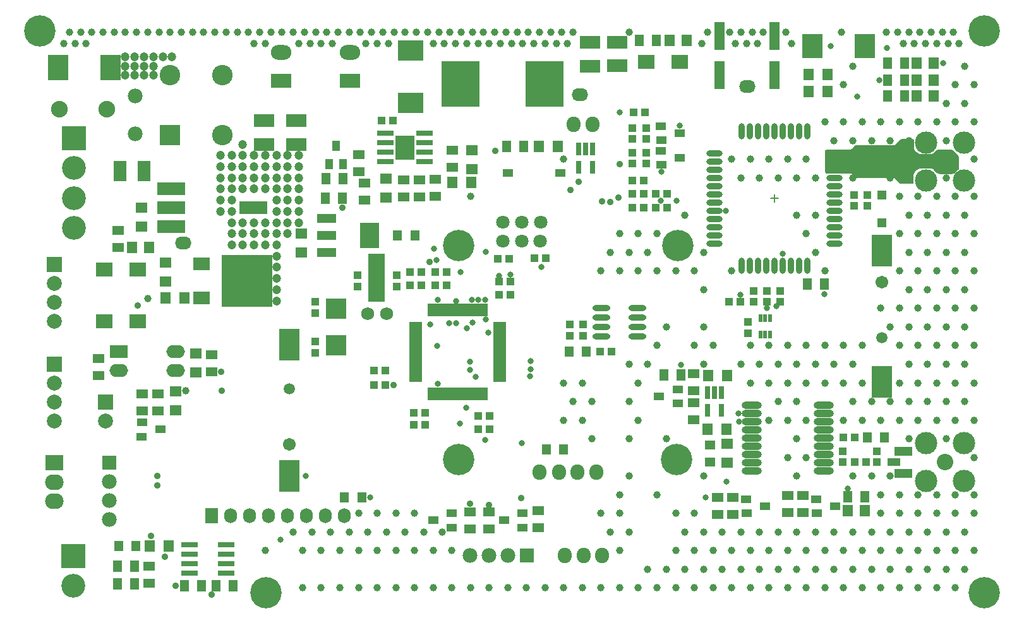
<source format=gts>
G04*
G04 #@! TF.GenerationSoftware,Altium Limited,Altium Designer,18.1.6 (161)*
G04*
G04 Layer_Color=8388736*
%FSTAX24Y24*%
%MOIN*%
G70*
G01*
G75*
%ADD15C,0.0060*%
%ADD69O,0.0867X0.0316*%
%ADD70O,0.0316X0.0867*%
%ADD71R,0.0474X0.0630*%
%ADD72R,0.0580X0.0630*%
%ADD73R,0.1104X0.0710*%
%ADD74R,0.0434X0.0395*%
%ADD75R,0.0395X0.0434*%
%ADD76R,0.0552X0.0415*%
%ADD77R,0.0474X0.0580*%
%ADD78O,0.0946X0.0316*%
%ADD79R,0.0552X0.0631*%
%ADD80R,0.0630X0.0474*%
%ADD81R,0.0300X0.0660*%
%ADD82R,0.0631X0.0552*%
%ADD83R,0.0580X0.0474*%
%ADD84R,0.0671X0.0395*%
%ADD85R,0.0946X0.0474*%
%ADD86O,0.1064X0.0395*%
%ADD87R,0.0237X0.0395*%
%ADD88R,0.1064X0.1655*%
%ADD89R,0.0474X0.0474*%
%ADD90R,0.1064X0.1261*%
%ADD91R,0.0552X0.1458*%
%ADD92R,0.0867X0.0749*%
%ADD93R,0.0552X0.0395*%
%ADD94R,0.2049X0.2442*%
%ADD95R,0.1379X0.1064*%
%ADD96R,0.1025X0.1300*%
%ADD97R,0.0900X0.0310*%
%ADD98R,0.0415X0.0552*%
%ADD99R,0.0880X0.2580*%
%ADD100R,0.1064X0.1379*%
%ADD101R,0.2678X0.2737*%
%ADD102R,0.0867X0.0710*%
%ADD103R,0.1458X0.0671*%
%ADD104R,0.0860X0.0300*%
%ADD105R,0.0190X0.0660*%
%ADD106R,0.0660X0.0190*%
%ADD107R,0.1104X0.1064*%
%ADD108R,0.1025X0.1379*%
%ADD109R,0.1025X0.0474*%
%ADD110R,0.0710X0.1104*%
%ADD111O,0.0867X0.0671*%
%ADD112O,0.0730X0.0830*%
%ADD113C,0.1182*%
%ADD114C,0.0867*%
%ADD115C,0.0395*%
%ADD116C,0.0680*%
%ADD117R,0.1080X0.0780*%
%ADD118O,0.1080X0.0780*%
%ADD119R,0.1080X0.1080*%
%ADD120C,0.1080*%
%ADD121C,0.0780*%
%ADD122C,0.0880*%
%ADD123C,0.0789*%
%ADD124R,0.0789X0.0789*%
%ADD125R,0.1261X0.1261*%
%ADD126C,0.1261*%
%ADD127O,0.0980X0.0680*%
%ADD128R,0.0980X0.0680*%
%ADD129R,0.0780X0.0780*%
%ADD130R,0.0980X0.0830*%
%ADD131O,0.0980X0.0830*%
%ADD132O,0.0671X0.0789*%
%ADD133R,0.0671X0.0789*%
%ADD134C,0.0710*%
%ADD135R,0.0780X0.0780*%
%ADD136C,0.0356*%
%ADD137C,0.1655*%
%ADD138C,0.0474*%
%ADD139C,0.0316*%
%ADD140C,0.0592*%
%ADD141C,0.0671*%
G36*
X054551Y042871D02*
X054678Y042998D01*
X054693Y043013D01*
X054727Y043036D01*
X054766Y043052D01*
X054807Y04306D01*
X054827Y04306D01*
X054827Y04306D01*
X056782Y04306D01*
X056793Y043061D01*
X056816Y043065D01*
X056837Y043074D01*
X056856Y043086D01*
X056864Y043094D01*
X056864Y043094D01*
X05712Y04335D01*
X057127Y043358D01*
X057144Y043369D01*
X057162Y043376D01*
X057182Y04338D01*
X057192Y04338D01*
X057192Y04338D01*
X05779Y04338D01*
X057803Y043377D01*
X057826Y043364D01*
X057844Y043346D01*
X057857Y043323D01*
X05786Y04331D01*
X05786Y04331D01*
Y04296D01*
X057862Y042926D01*
X057875Y042858D01*
X057901Y042795D01*
X057939Y042738D01*
X057988Y042689D01*
X058045Y042651D01*
X058108Y042625D01*
X058176Y042612D01*
X05821Y04261D01*
X05821D01*
X058777Y04261D01*
X058792Y042611D01*
X058821Y042617D01*
X058849Y042628D01*
X058873Y042644D01*
X058884Y042654D01*
X058884Y042654D01*
X058992Y042762D01*
X059006Y042776D01*
X059038Y042797D01*
X059074Y042812D01*
X059113Y04282D01*
X059132Y04282D01*
X059132Y04282D01*
X059819Y04282D01*
X059841Y04282D01*
X059883Y042812D01*
X059923Y042795D01*
X059959Y042771D01*
X059974Y042756D01*
X059974Y042756D01*
X060141Y042589D01*
X060164Y042566D01*
X060201Y04251D01*
X060227Y042448D01*
X06024Y042383D01*
X06024Y042349D01*
X06024Y042349D01*
X06024Y041912D01*
X06024Y04189D01*
X060231Y041847D01*
X060215Y041807D01*
X06019Y04177D01*
X060175Y041755D01*
X060175D01*
X060042Y041622D01*
X060023Y041603D01*
X059977Y041572D01*
X059926Y041551D01*
X059871Y04154D01*
X059843D01*
X059843Y04154D01*
X059257D01*
X059226Y04154D01*
X059167Y041552D01*
X059112Y041575D01*
X059062Y041608D01*
X05904Y041629D01*
X05904Y04163D01*
X058898Y041772D01*
X058886Y041783D01*
X058859Y041801D01*
X05883Y041813D01*
X058798Y041819D01*
X058782Y04182D01*
X058782Y04182D01*
X05819Y04182D01*
X058156Y041818D01*
X058088Y041805D01*
X058025Y041779D01*
X057968Y041741D01*
X057919Y041692D01*
X057881Y041635D01*
X057855Y041572D01*
X057842Y041504D01*
X05784Y04147D01*
Y04147D01*
X05784Y04108D01*
X057838Y041073D01*
X057831Y04106D01*
X05782Y041049D01*
X057807Y041042D01*
X0578Y04104D01*
X0578D01*
X057154Y04104D01*
X057144Y04104D01*
X057123Y041044D01*
X057104Y041052D01*
X057086Y041064D01*
X057079Y041071D01*
X057079Y041071D01*
X056854Y041296D01*
X056848Y041301D01*
X056835Y04131D01*
X05682Y041316D01*
X056804Y04132D01*
X056796Y04132D01*
X056796Y04132D01*
X054892Y04132D01*
X05487Y04132D01*
X054827Y041329D01*
X054787Y041345D01*
X05475Y04137D01*
X054735Y041385D01*
X054735Y041385D01*
X054574Y041546D01*
X054568Y041551D01*
X054555Y04156D01*
X05454Y041566D01*
X054524Y04157D01*
X054516Y04157D01*
X054516Y04157D01*
X05326Y04157D01*
X053241Y041574D01*
X053208Y041592D01*
X053182Y041618D01*
X053164Y041651D01*
X05316Y04167D01*
X05316Y04167D01*
X05316Y04274D01*
Y042756D01*
X053172Y042785D01*
X053195Y042808D01*
X053224Y04282D01*
X05324D01*
X05324Y04282D01*
X054428Y04282D01*
X054445Y042821D01*
X054478Y042828D01*
X05451Y042841D01*
X054538Y04286D01*
X054551Y042871D01*
X054551Y042871D01*
D02*
G37*
D15*
X0505Y040053D02*
Y040447D01*
X050303Y04025D02*
X050697D01*
D69*
X047331Y042632D02*
D03*
Y042199D02*
D03*
Y041766D02*
D03*
Y041333D02*
D03*
Y0409D02*
D03*
Y040467D02*
D03*
Y040033D02*
D03*
Y0396D02*
D03*
Y039167D02*
D03*
Y038734D02*
D03*
Y038301D02*
D03*
Y037868D02*
D03*
X053669D02*
D03*
Y038301D02*
D03*
Y038734D02*
D03*
Y039167D02*
D03*
Y0396D02*
D03*
Y040033D02*
D03*
Y040467D02*
D03*
Y0409D02*
D03*
Y041333D02*
D03*
Y041766D02*
D03*
Y042199D02*
D03*
Y042632D02*
D03*
D70*
X048768Y036707D02*
D03*
X049201D02*
D03*
X049634D02*
D03*
X050067D02*
D03*
X0505D02*
D03*
X050933D02*
D03*
X051366D02*
D03*
X051799D02*
D03*
X052232D02*
D03*
Y043793D02*
D03*
X051799D02*
D03*
X051366D02*
D03*
X050933D02*
D03*
X0505D02*
D03*
X050067D02*
D03*
X049634D02*
D03*
X049201D02*
D03*
X048768D02*
D03*
D71*
X04425Y0486D02*
D03*
X04335D02*
D03*
X04555Y030924D02*
D03*
X04465D02*
D03*
X05435Y0245D02*
D03*
X05525D02*
D03*
X05645Y04565D02*
D03*
X05735D02*
D03*
X05645Y0465D02*
D03*
X05735D02*
D03*
X05645Y0474D02*
D03*
X05735D02*
D03*
X03635Y043D02*
D03*
X03725D02*
D03*
X02104Y01979D02*
D03*
X02194D02*
D03*
X02027Y019795D02*
D03*
X01937D02*
D03*
X01674Y02083D02*
D03*
X01584D02*
D03*
X01674Y01991D02*
D03*
X01584D02*
D03*
X05313Y03572D02*
D03*
X05223D02*
D03*
X0268Y04025D02*
D03*
X0277D02*
D03*
X02683Y04129D02*
D03*
X02773D02*
D03*
D72*
X04495Y0486D02*
D03*
X04585D02*
D03*
X054356Y02375D02*
D03*
X055256D02*
D03*
X0589Y04565D02*
D03*
X058D02*
D03*
Y0465D02*
D03*
X0589D02*
D03*
Y0474D02*
D03*
X058D02*
D03*
X016596Y037649D02*
D03*
X017496D02*
D03*
D73*
X0422Y04725D02*
D03*
Y04851D02*
D03*
X04075Y04724D02*
D03*
Y0485D02*
D03*
X02525Y04436D02*
D03*
Y0431D02*
D03*
X02355Y04436D02*
D03*
Y0431D02*
D03*
D74*
X043074Y0448D02*
D03*
X043665D02*
D03*
X041305Y032151D02*
D03*
X041895D02*
D03*
X054124Y027633D02*
D03*
X054715D02*
D03*
X054724Y026337D02*
D03*
X055315D02*
D03*
X048089Y0348D02*
D03*
X048679D02*
D03*
X030345Y044353D02*
D03*
X029755D02*
D03*
X044234Y039755D02*
D03*
X044825D02*
D03*
X044234Y0405D02*
D03*
X044825D02*
D03*
X043576D02*
D03*
X042985D02*
D03*
X043576Y039755D02*
D03*
X042985D02*
D03*
X043576Y0412D02*
D03*
X042985D02*
D03*
X037824Y0371D02*
D03*
X038415D02*
D03*
X032605Y03565D02*
D03*
X033195D02*
D03*
X032605Y03635D02*
D03*
X033195D02*
D03*
X031255Y036353D02*
D03*
X031845D02*
D03*
X031255Y03565D02*
D03*
X031845D02*
D03*
X035955Y035152D02*
D03*
X036545D02*
D03*
X035955Y035852D02*
D03*
X036545D02*
D03*
X029945Y03115D02*
D03*
X029355D02*
D03*
X029945Y0304D02*
D03*
X029355D02*
D03*
X035445Y028778D02*
D03*
X034855D02*
D03*
X035445Y02805D02*
D03*
X034855D02*
D03*
X032065Y028918D02*
D03*
X031475D02*
D03*
X032065Y02828D02*
D03*
X031475D02*
D03*
X035895Y037078D02*
D03*
X036486D02*
D03*
D75*
X043714Y042676D02*
D03*
Y042085D02*
D03*
X043Y042676D02*
D03*
Y042085D02*
D03*
X0404Y033581D02*
D03*
Y03299D02*
D03*
X0397Y033581D02*
D03*
Y03299D02*
D03*
X0559Y026318D02*
D03*
Y026908D02*
D03*
X0541Y026318D02*
D03*
Y026908D02*
D03*
X0491Y033715D02*
D03*
Y033125D02*
D03*
X0554Y040445D02*
D03*
Y039855D02*
D03*
X0547Y040445D02*
D03*
Y039855D02*
D03*
X02625Y034205D02*
D03*
Y034795D02*
D03*
Y032695D02*
D03*
Y032105D02*
D03*
X0494Y035376D02*
D03*
Y034785D02*
D03*
X0508Y035376D02*
D03*
Y034785D02*
D03*
X0501Y035376D02*
D03*
Y034785D02*
D03*
X043714Y043976D02*
D03*
Y043385D02*
D03*
X043Y043976D02*
D03*
Y043385D02*
D03*
X0285Y036195D02*
D03*
Y035605D02*
D03*
X03055Y036195D02*
D03*
Y035605D02*
D03*
D76*
X045492Y0437D02*
D03*
X04451Y04333D02*
D03*
X044508Y044074D02*
D03*
X045492Y0424D02*
D03*
X04451Y04203D02*
D03*
X044508Y042774D02*
D03*
X044408Y0298D02*
D03*
X04539Y03017D02*
D03*
X045392Y029426D02*
D03*
X053692Y024D02*
D03*
X05271Y02363D02*
D03*
X052708Y024374D02*
D03*
X049992Y024D02*
D03*
X04901Y02363D02*
D03*
X049008Y024374D02*
D03*
X018092Y028048D02*
D03*
X01711Y02842D02*
D03*
X017108Y027662D02*
D03*
X033474Y023636D02*
D03*
X033472Y022878D02*
D03*
X03249Y02325D02*
D03*
X037204Y023636D02*
D03*
X037202Y022878D02*
D03*
X03622Y02325D02*
D03*
D77*
X039657Y032151D02*
D03*
X040563D02*
D03*
X056306Y027633D02*
D03*
X0554D02*
D03*
X030607Y038296D02*
D03*
X031513D02*
D03*
X038457Y026996D02*
D03*
X039363D02*
D03*
X028713Y024474D02*
D03*
X027807D02*
D03*
X015884Y02189D02*
D03*
X01679D02*
D03*
D78*
X041355Y034455D02*
D03*
Y033955D02*
D03*
Y033455D02*
D03*
Y032955D02*
D03*
X043245Y034455D02*
D03*
Y033955D02*
D03*
Y033455D02*
D03*
Y032955D02*
D03*
D79*
X047Y03089D02*
D03*
X048D02*
D03*
X04797Y02806D02*
D03*
X04697D02*
D03*
X0523Y04589D02*
D03*
X0533D02*
D03*
X0523Y04679D02*
D03*
X0533D02*
D03*
X03805Y04299D02*
D03*
X03905D02*
D03*
X01835Y034992D02*
D03*
X01935D02*
D03*
X01853Y02188D02*
D03*
X01753D02*
D03*
X0345Y04111D02*
D03*
X0335D02*
D03*
D80*
X046232Y030104D02*
D03*
Y031004D02*
D03*
Y02855D02*
D03*
Y02945D02*
D03*
X052Y02455D02*
D03*
Y02365D02*
D03*
X0512Y02365D02*
D03*
Y02455D02*
D03*
X0483Y02445D02*
D03*
Y02355D02*
D03*
X0475Y02355D02*
D03*
Y02445D02*
D03*
X02855Y04255D02*
D03*
Y04165D02*
D03*
X02885Y04105D02*
D03*
Y04015D02*
D03*
X01484Y03179D02*
D03*
Y03089D02*
D03*
X017496Y02082D02*
D03*
Y01992D02*
D03*
X01795Y029936D02*
D03*
Y029036D02*
D03*
X01711Y029936D02*
D03*
Y029036D02*
D03*
X0208Y0311D02*
D03*
Y032D02*
D03*
X03349Y0428D02*
D03*
Y0419D02*
D03*
X0326Y04035D02*
D03*
Y04125D02*
D03*
X03175Y04034D02*
D03*
Y04124D02*
D03*
X03092Y04124D02*
D03*
Y04034D02*
D03*
X03442Y0228D02*
D03*
Y0237D02*
D03*
X03542Y0228D02*
D03*
Y0237D02*
D03*
X03802Y02285D02*
D03*
Y02375D02*
D03*
X01585Y03855D02*
D03*
Y03765D02*
D03*
D81*
X0477Y02906D02*
D03*
X046952D02*
D03*
Y03D02*
D03*
X047326D02*
D03*
X0477D02*
D03*
X0409Y04191D02*
D03*
X040152D02*
D03*
Y04285D02*
D03*
X040526D02*
D03*
X0409D02*
D03*
D82*
X04799Y0273D02*
D03*
Y0263D02*
D03*
X01836Y03585D02*
D03*
Y03685D02*
D03*
X01889Y02905D02*
D03*
Y03005D02*
D03*
X01995Y03205D02*
D03*
Y03105D02*
D03*
X02554Y0384D02*
D03*
Y0374D02*
D03*
X03451Y0418D02*
D03*
Y0428D02*
D03*
X02999Y0413D02*
D03*
Y0403D02*
D03*
X01709Y03875D02*
D03*
Y03975D02*
D03*
D83*
X047096Y027243D02*
D03*
Y026337D02*
D03*
D84*
X056788Y026318D02*
D03*
X056212Y0422D02*
D03*
D85*
X0573Y025727D02*
D03*
Y026908D02*
D03*
X0557Y041609D02*
D03*
Y042791D02*
D03*
D86*
X049281Y029332D02*
D03*
Y028899D02*
D03*
Y028466D02*
D03*
Y027167D02*
D03*
Y0276D02*
D03*
Y028033D02*
D03*
Y026734D02*
D03*
Y026301D02*
D03*
Y025868D02*
D03*
X0531D02*
D03*
Y026301D02*
D03*
Y026734D02*
D03*
Y028033D02*
D03*
Y0276D02*
D03*
Y027167D02*
D03*
Y028466D02*
D03*
Y028899D02*
D03*
Y029332D02*
D03*
D87*
X049744Y03392D02*
D03*
X050256D02*
D03*
X05D02*
D03*
X050256Y033062D02*
D03*
X05D02*
D03*
X049744D02*
D03*
D88*
X05616Y03749D02*
D03*
Y03055D02*
D03*
X0249Y0256D02*
D03*
Y03254D02*
D03*
D89*
X05616Y038972D02*
D03*
Y040445D02*
D03*
D90*
X055256Y0483D02*
D03*
X0525D02*
D03*
D91*
X0505Y046752D02*
D03*
Y048839D02*
D03*
X0476Y046752D02*
D03*
Y048839D02*
D03*
D92*
X043714Y04745D02*
D03*
X045485D02*
D03*
X016886Y0365D02*
D03*
X015115D02*
D03*
X016886Y03375D02*
D03*
X015115D02*
D03*
D93*
X039178Y0416D02*
D03*
X036422D02*
D03*
D94*
X033926Y0463D02*
D03*
X038374D02*
D03*
D95*
X0313Y048053D02*
D03*
Y0453D02*
D03*
D96*
X030997Y042944D02*
D03*
D97*
X032027Y043694D02*
D03*
Y043194D02*
D03*
Y042694D02*
D03*
Y042194D02*
D03*
X029967D02*
D03*
Y042694D02*
D03*
Y043194D02*
D03*
Y043694D02*
D03*
D98*
X02737Y043032D02*
D03*
X02774Y04205D02*
D03*
X026996Y042048D02*
D03*
D99*
X0295Y03605D02*
D03*
D100*
X012697Y04715D02*
D03*
X01545D02*
D03*
D101*
X022659Y0359D02*
D03*
D102*
X020257Y035002D02*
D03*
Y036798D02*
D03*
D103*
X018669Y03875D02*
D03*
Y03975D02*
D03*
Y04075D02*
D03*
X023Y03975D02*
D03*
D104*
X02156Y02045D02*
D03*
Y02095D02*
D03*
Y02145D02*
D03*
Y02195D02*
D03*
X01962D02*
D03*
Y02145D02*
D03*
Y02095D02*
D03*
Y02045D02*
D03*
D105*
X032299Y034365D02*
D03*
X032496D02*
D03*
X032693D02*
D03*
X03289D02*
D03*
X033087D02*
D03*
X033283D02*
D03*
X03348D02*
D03*
X033677D02*
D03*
X033874D02*
D03*
X034071D02*
D03*
X034268D02*
D03*
X034465D02*
D03*
X034661D02*
D03*
X034858D02*
D03*
X035055D02*
D03*
X035252D02*
D03*
Y029935D02*
D03*
X035055D02*
D03*
X034858D02*
D03*
X034661D02*
D03*
X034465D02*
D03*
X034268D02*
D03*
X034071D02*
D03*
X033874D02*
D03*
X033677D02*
D03*
X03348D02*
D03*
X033283D02*
D03*
X033087D02*
D03*
X03289D02*
D03*
X032693D02*
D03*
X032496D02*
D03*
X032299D02*
D03*
D106*
X035991Y033626D02*
D03*
Y03343D02*
D03*
Y033233D02*
D03*
Y033036D02*
D03*
Y032839D02*
D03*
Y032248D02*
D03*
Y032052D02*
D03*
Y031855D02*
D03*
Y031658D02*
D03*
X031561Y030674D02*
D03*
Y03087D02*
D03*
Y031067D02*
D03*
Y031264D02*
D03*
Y031461D02*
D03*
Y031658D02*
D03*
Y031855D02*
D03*
Y032052D02*
D03*
Y032248D02*
D03*
Y032445D02*
D03*
Y032642D02*
D03*
Y032839D02*
D03*
Y033036D02*
D03*
Y033233D02*
D03*
Y03343D02*
D03*
Y033626D02*
D03*
X035991Y032642D02*
D03*
Y031264D02*
D03*
Y031067D02*
D03*
Y03087D02*
D03*
Y030674D02*
D03*
Y031461D02*
D03*
Y032445D02*
D03*
D107*
X02735Y032485D02*
D03*
Y034415D02*
D03*
D108*
X029142Y0383D02*
D03*
D109*
X026858Y037394D02*
D03*
Y0383D02*
D03*
Y039206D02*
D03*
D110*
X01597Y04171D02*
D03*
X01723D02*
D03*
D111*
X01928Y03791D02*
D03*
X04023Y04572D02*
D03*
X04907Y04616D02*
D03*
D112*
X03941Y0214D02*
D03*
X04042D02*
D03*
X0414D02*
D03*
X0409Y04415D02*
D03*
X03989D02*
D03*
X0381Y0258D02*
D03*
X03911D02*
D03*
X04009D02*
D03*
X0411D02*
D03*
D113*
X0605Y027337D02*
D03*
Y025337D02*
D03*
X0585D02*
D03*
Y027337D02*
D03*
X0605Y0432D02*
D03*
Y0412D02*
D03*
X0585D02*
D03*
Y0432D02*
D03*
D114*
X0595Y026337D02*
D03*
Y0422D02*
D03*
D115*
X0308Y043337D02*
D03*
Y042944D02*
D03*
Y04255D02*
D03*
X031194D02*
D03*
Y042944D02*
D03*
Y043337D02*
D03*
X060236Y048425D02*
D03*
X059941Y049016D02*
D03*
X059646Y048425D02*
D03*
X05935Y049016D02*
D03*
X059055Y048425D02*
D03*
X05876Y049016D02*
D03*
X058465Y048425D02*
D03*
X058169Y049016D02*
D03*
X057874Y048425D02*
D03*
X057579Y049016D02*
D03*
X057283Y048425D02*
D03*
X056988Y049016D02*
D03*
X056398D02*
D03*
X054035D02*
D03*
X051378Y048425D02*
D03*
X051083Y049016D02*
D03*
X049902D02*
D03*
X049606Y048425D02*
D03*
X049311Y049016D02*
D03*
X049016Y048425D02*
D03*
X04872Y049016D02*
D03*
X048425Y048425D02*
D03*
X04813Y049016D02*
D03*
X046949D02*
D03*
X046654Y048425D02*
D03*
X042815Y049016D02*
D03*
X039862D02*
D03*
X039567Y048425D02*
D03*
X039272Y049016D02*
D03*
X038976Y048425D02*
D03*
X038681Y049016D02*
D03*
X038386Y048425D02*
D03*
X038091Y049016D02*
D03*
X037795Y048425D02*
D03*
X0375Y049016D02*
D03*
X037205Y048425D02*
D03*
X036909Y049016D02*
D03*
X036614Y048425D02*
D03*
X036319Y049016D02*
D03*
X036024Y048425D02*
D03*
X035728Y049016D02*
D03*
X035433Y048425D02*
D03*
X035138Y049016D02*
D03*
X034843Y048425D02*
D03*
X034547Y049016D02*
D03*
X034252Y048425D02*
D03*
X033957Y049016D02*
D03*
X033661Y048425D02*
D03*
X033366Y049016D02*
D03*
X033071Y048425D02*
D03*
X032776Y049016D02*
D03*
X03248Y048425D02*
D03*
X032185Y049016D02*
D03*
X031594D02*
D03*
X031004D02*
D03*
X030413D02*
D03*
X030118Y048425D02*
D03*
X029823Y049016D02*
D03*
X029528Y048425D02*
D03*
X029232Y049016D02*
D03*
X028937Y048425D02*
D03*
X028642Y049016D02*
D03*
X028051D02*
D03*
X027461D02*
D03*
X027165Y048425D02*
D03*
X02687Y049016D02*
D03*
X026575Y048425D02*
D03*
X02628Y049016D02*
D03*
X025984Y048425D02*
D03*
X025689Y049016D02*
D03*
X025394Y048425D02*
D03*
X025098Y049016D02*
D03*
X024508D02*
D03*
X023917D02*
D03*
X023622Y048425D02*
D03*
X023327Y049016D02*
D03*
X023031Y048425D02*
D03*
X022736Y049016D02*
D03*
X022146D02*
D03*
X021555D02*
D03*
X020965D02*
D03*
X020374D02*
D03*
X019783D02*
D03*
X019193D02*
D03*
X018602D02*
D03*
X018012D02*
D03*
X017421D02*
D03*
X016831D02*
D03*
X01624D02*
D03*
X01565D02*
D03*
X015059D02*
D03*
X014468D02*
D03*
X014173Y048425D02*
D03*
X013878Y049016D02*
D03*
X013583Y048425D02*
D03*
X013287Y049016D02*
D03*
X012992Y048425D02*
D03*
X061024Y023622D02*
D03*
Y021654D02*
D03*
X060039Y023622D02*
D03*
X060532Y022638D02*
D03*
X060039Y021654D02*
D03*
X060532Y020669D02*
D03*
X060039Y019685D02*
D03*
X059055Y023622D02*
D03*
X059547Y022638D02*
D03*
X059055Y021654D02*
D03*
X059547Y020669D02*
D03*
X059055Y019685D02*
D03*
X058071Y023622D02*
D03*
X058563Y022638D02*
D03*
X058071Y021654D02*
D03*
X058563Y020669D02*
D03*
X058071Y019685D02*
D03*
X057087Y023622D02*
D03*
X057579Y022638D02*
D03*
X057087Y021654D02*
D03*
X057579Y020669D02*
D03*
X057087Y019685D02*
D03*
X056102Y023622D02*
D03*
X056594Y022638D02*
D03*
X056102Y021654D02*
D03*
X056594Y020669D02*
D03*
X056102Y019685D02*
D03*
X05561Y022638D02*
D03*
X055118Y021654D02*
D03*
X05561Y020669D02*
D03*
X055118Y019685D02*
D03*
X054626Y022638D02*
D03*
X054134Y021654D02*
D03*
X054626Y020669D02*
D03*
X054134Y019685D02*
D03*
X053642Y022638D02*
D03*
X05315Y021654D02*
D03*
X053642Y020669D02*
D03*
X05315Y019685D02*
D03*
X052657Y022638D02*
D03*
X052165Y021654D02*
D03*
X052657Y020669D02*
D03*
X052165Y019685D02*
D03*
X051673Y022638D02*
D03*
X051181Y021654D02*
D03*
X051673Y020669D02*
D03*
X051181Y019685D02*
D03*
X050689Y022638D02*
D03*
X050197Y021654D02*
D03*
X050689Y020669D02*
D03*
X050197Y019685D02*
D03*
X049705Y022638D02*
D03*
X049213Y021654D02*
D03*
X049705Y020669D02*
D03*
X049213Y019685D02*
D03*
X04872Y022638D02*
D03*
X048228Y021654D02*
D03*
X04872Y020669D02*
D03*
X048228Y019685D02*
D03*
X047736Y022638D02*
D03*
X047244Y021654D02*
D03*
X047736Y020669D02*
D03*
X047244Y019685D02*
D03*
X04626Y023622D02*
D03*
X046752Y022638D02*
D03*
X04626Y021654D02*
D03*
X046752Y020669D02*
D03*
X04626Y019685D02*
D03*
X045276Y023622D02*
D03*
X045768Y022638D02*
D03*
X045276Y021654D02*
D03*
X045768Y020669D02*
D03*
X045276Y019685D02*
D03*
X044783Y020669D02*
D03*
X044291Y019685D02*
D03*
X043799Y020669D02*
D03*
X043307Y019685D02*
D03*
X042323Y023622D02*
D03*
X042815Y022638D02*
D03*
X042323Y021654D02*
D03*
Y019685D02*
D03*
X041339Y023622D02*
D03*
X041831Y022638D02*
D03*
X041339Y019685D02*
D03*
X040354D02*
D03*
X03937D02*
D03*
X038386D02*
D03*
X037402D02*
D03*
X036417D02*
D03*
X035433D02*
D03*
X034449D02*
D03*
X033465Y021654D02*
D03*
Y019685D02*
D03*
X032972Y022638D02*
D03*
X03248Y021654D02*
D03*
Y019685D02*
D03*
X031496Y023622D02*
D03*
X031988Y022638D02*
D03*
X031496Y021654D02*
D03*
Y019685D02*
D03*
X030512Y023622D02*
D03*
X031004Y022638D02*
D03*
X030512Y021654D02*
D03*
Y019685D02*
D03*
X029528Y023622D02*
D03*
X03002Y022638D02*
D03*
X029528Y021654D02*
D03*
Y019685D02*
D03*
X028543Y023622D02*
D03*
X029035Y022638D02*
D03*
X028543Y021654D02*
D03*
Y019685D02*
D03*
X028051Y022638D02*
D03*
X027559Y021654D02*
D03*
Y019685D02*
D03*
X027067Y022638D02*
D03*
X026575Y021654D02*
D03*
Y019685D02*
D03*
X026083Y022638D02*
D03*
X025591Y021654D02*
D03*
Y019685D02*
D03*
X025098Y022638D02*
D03*
X023622Y021654D02*
D03*
X061024Y04626D02*
D03*
Y044291D02*
D03*
Y042323D02*
D03*
Y040354D02*
D03*
Y038386D02*
D03*
Y036417D02*
D03*
Y034449D02*
D03*
Y03248D02*
D03*
Y030512D02*
D03*
Y028543D02*
D03*
Y026575D02*
D03*
Y024606D02*
D03*
X060532Y047244D02*
D03*
X060039Y04626D02*
D03*
X060532Y045276D02*
D03*
X060039Y044291D02*
D03*
Y040354D02*
D03*
X060532Y03937D02*
D03*
X060039Y038386D02*
D03*
X060532Y037402D02*
D03*
X060039Y036417D02*
D03*
X060532Y035433D02*
D03*
X060039Y034449D02*
D03*
X060532Y033465D02*
D03*
X060039Y03248D02*
D03*
X060532Y031496D02*
D03*
X060039Y030512D02*
D03*
X060532Y029528D02*
D03*
X060039Y028543D02*
D03*
Y024606D02*
D03*
X059547Y045276D02*
D03*
X059055Y044291D02*
D03*
X059547Y043307D02*
D03*
Y041339D02*
D03*
X059055Y040354D02*
D03*
X059547Y03937D02*
D03*
X059055Y038386D02*
D03*
X059547Y037402D02*
D03*
X059055Y036417D02*
D03*
X059547Y035433D02*
D03*
X059055Y034449D02*
D03*
X059547Y033465D02*
D03*
X059055Y03248D02*
D03*
X059547Y031496D02*
D03*
X059055Y030512D02*
D03*
X059547Y029528D02*
D03*
X059055Y028543D02*
D03*
X059547Y027559D02*
D03*
X059055Y024606D02*
D03*
X058071Y044291D02*
D03*
Y040354D02*
D03*
X058563Y03937D02*
D03*
X058071Y038386D02*
D03*
X058563Y037402D02*
D03*
X058071Y036417D02*
D03*
X058563Y035433D02*
D03*
X058071Y034449D02*
D03*
X058563Y033465D02*
D03*
X058071Y03248D02*
D03*
X058563Y031496D02*
D03*
X058071Y030512D02*
D03*
X058563Y029528D02*
D03*
X058071Y028543D02*
D03*
Y024606D02*
D03*
X057087Y044291D02*
D03*
X057579Y043307D02*
D03*
Y041339D02*
D03*
X057087Y040354D02*
D03*
X057579Y03937D02*
D03*
X057087Y038386D02*
D03*
X057579Y037402D02*
D03*
X057087Y036417D02*
D03*
X057579Y035433D02*
D03*
X057087Y034449D02*
D03*
X057579Y033465D02*
D03*
X057087Y03248D02*
D03*
X057579Y031496D02*
D03*
X057087Y030512D02*
D03*
X057579Y029528D02*
D03*
X057087Y028543D02*
D03*
X057579Y027559D02*
D03*
X057087Y024606D02*
D03*
X056102Y044291D02*
D03*
X056594Y043307D02*
D03*
Y041339D02*
D03*
X056102Y034449D02*
D03*
X056594Y033465D02*
D03*
Y029528D02*
D03*
X056102Y028543D02*
D03*
X056594Y025591D02*
D03*
X056102Y024606D02*
D03*
X055118Y044291D02*
D03*
X05561Y043307D02*
D03*
X055118Y03248D02*
D03*
Y030512D02*
D03*
X05561Y029528D02*
D03*
X055118Y028543D02*
D03*
X05561Y025591D02*
D03*
X054626Y047244D02*
D03*
X054134Y04626D02*
D03*
Y044291D02*
D03*
X054626Y043307D02*
D03*
Y041339D02*
D03*
X054134Y03248D02*
D03*
X054626Y031496D02*
D03*
X054134Y030512D02*
D03*
X054626Y029528D02*
D03*
X054134Y028543D02*
D03*
X054626Y025591D02*
D03*
X05315Y044291D02*
D03*
X053642Y043307D02*
D03*
X05315Y036417D02*
D03*
Y03248D02*
D03*
X053642Y031496D02*
D03*
X05315Y030512D02*
D03*
X052165Y042323D02*
D03*
X052657Y041339D02*
D03*
Y03937D02*
D03*
X052165Y038386D02*
D03*
X052657Y037402D02*
D03*
X052165Y03248D02*
D03*
X052657Y031496D02*
D03*
X052165Y030512D02*
D03*
Y028543D02*
D03*
Y026575D02*
D03*
X051181Y042323D02*
D03*
X051673Y041339D02*
D03*
Y03937D02*
D03*
X051181Y03248D02*
D03*
X051673Y031496D02*
D03*
X051181Y030512D02*
D03*
X051673Y029528D02*
D03*
X051181Y028543D02*
D03*
X051673Y027559D02*
D03*
X051181Y026575D02*
D03*
X051673Y025591D02*
D03*
X050197Y042323D02*
D03*
X050689Y041339D02*
D03*
X050197Y03248D02*
D03*
X050689Y031496D02*
D03*
X050197Y030512D02*
D03*
X050689Y029528D02*
D03*
X050197Y028543D02*
D03*
X049213Y042323D02*
D03*
X049705Y041339D02*
D03*
X049213Y03248D02*
D03*
X049705Y031496D02*
D03*
X049213Y030512D02*
D03*
X048228Y042323D02*
D03*
X04872Y041339D02*
D03*
X048228Y036417D02*
D03*
X04872Y031496D02*
D03*
X047244Y03248D02*
D03*
X046752Y037402D02*
D03*
X04626Y036417D02*
D03*
X046752Y035433D02*
D03*
Y033465D02*
D03*
X04626Y03248D02*
D03*
X046752Y031496D02*
D03*
Y025591D02*
D03*
X045768Y03937D02*
D03*
X045276Y036417D02*
D03*
X044291Y038386D02*
D03*
Y036417D02*
D03*
X044783Y033465D02*
D03*
X044291Y03248D02*
D03*
X044783Y027559D02*
D03*
X044291Y024606D02*
D03*
X043307Y038386D02*
D03*
X043799Y037402D02*
D03*
X043307Y036417D02*
D03*
X043799Y031496D02*
D03*
X043307Y030512D02*
D03*
Y028543D02*
D03*
X042323Y038386D02*
D03*
X042815Y037402D02*
D03*
X042323Y036417D02*
D03*
X042815Y031496D02*
D03*
Y029528D02*
D03*
Y027559D02*
D03*
Y025591D02*
D03*
X042323Y024606D02*
D03*
X041831Y037402D02*
D03*
X041339Y036417D02*
D03*
X040354Y030512D02*
D03*
X040846Y029528D02*
D03*
X040354Y028543D02*
D03*
X040846Y027559D02*
D03*
X03937Y042323D02*
D03*
Y030512D02*
D03*
X039862Y029528D02*
D03*
X03937Y028543D02*
D03*
X01944Y0301D02*
D03*
X01743Y03495D02*
D03*
X03445Y04035D02*
D03*
D116*
X03002Y03415D02*
D03*
X02902D02*
D03*
D117*
X0281Y04645D02*
D03*
X02445D02*
D03*
D118*
X0281Y04795D02*
D03*
X02445D02*
D03*
D119*
X018588Y043603D02*
D03*
D120*
X021344D02*
D03*
Y046752D02*
D03*
X018588D02*
D03*
D121*
X01675Y04565D02*
D03*
Y04365D02*
D03*
X0154Y0233D02*
D03*
Y0243D02*
D03*
Y0253D02*
D03*
X03442Y0214D02*
D03*
X03542D02*
D03*
X03642D02*
D03*
D122*
X01275Y04495D02*
D03*
X01525D02*
D03*
D123*
X0125Y03375D02*
D03*
Y03475D02*
D03*
Y03575D02*
D03*
X0152Y0285D02*
D03*
X0125D02*
D03*
Y0295D02*
D03*
Y0305D02*
D03*
D124*
Y03675D02*
D03*
X0152Y0295D02*
D03*
X0125Y0315D02*
D03*
D125*
X01351Y043425D02*
D03*
X0135Y02137D02*
D03*
D126*
X01351Y04185D02*
D03*
Y040275D02*
D03*
Y0387D02*
D03*
X0135Y019795D02*
D03*
D127*
X0189Y03215D02*
D03*
Y03115D02*
D03*
X0159D02*
D03*
D128*
Y03215D02*
D03*
D129*
X0154Y0263D02*
D03*
D130*
X0125Y026305D02*
D03*
D131*
Y025255D02*
D03*
Y024255D02*
D03*
D132*
X0278Y02351D02*
D03*
X0268D02*
D03*
X0258D02*
D03*
X0248D02*
D03*
X0238D02*
D03*
X0228D02*
D03*
X0218D02*
D03*
D133*
X0208D02*
D03*
D134*
X03715Y039D02*
D03*
X03815D02*
D03*
X03615D02*
D03*
X03814Y038D02*
D03*
X03715D02*
D03*
X03615D02*
D03*
D135*
X03742Y0214D02*
D03*
D136*
X01793Y02558D02*
D03*
X03229Y03691D02*
D03*
X04226Y0403D02*
D03*
X03713Y02444D02*
D03*
X04234Y04207D02*
D03*
X04183Y04005D02*
D03*
X04138Y04009D02*
D03*
X03542Y02407D02*
D03*
X03443Y02414D02*
D03*
X01792Y0251D02*
D03*
X029142Y0383D02*
D03*
X02128Y0311D02*
D03*
X02768Y03976D02*
D03*
X02132Y03011D02*
D03*
X04015Y04112D02*
D03*
X01688Y03459D02*
D03*
X01758Y02242D02*
D03*
X02079Y01932D02*
D03*
X01889Y019795D02*
D03*
X01834Y02132D02*
D03*
X0304Y03038D02*
D03*
X03575Y04275D02*
D03*
X03974Y04071D02*
D03*
D137*
X01174Y0491D02*
D03*
X02365Y01944D02*
D03*
X06156D02*
D03*
Y04911D02*
D03*
X04534Y02646D02*
D03*
X03381D02*
D03*
X04539Y03777D02*
D03*
X03381D02*
D03*
D138*
X025394Y04252D02*
D03*
Y041929D02*
D03*
Y041339D02*
D03*
Y040748D02*
D03*
Y040157D02*
D03*
Y039567D02*
D03*
Y038976D02*
D03*
X024803Y04252D02*
D03*
Y041929D02*
D03*
Y041339D02*
D03*
Y040748D02*
D03*
Y040157D02*
D03*
Y039567D02*
D03*
Y038976D02*
D03*
Y038386D02*
D03*
X024213Y04252D02*
D03*
Y041929D02*
D03*
Y041339D02*
D03*
Y040748D02*
D03*
Y040157D02*
D03*
Y039567D02*
D03*
Y038976D02*
D03*
Y038386D02*
D03*
Y037795D02*
D03*
Y037205D02*
D03*
Y036614D02*
D03*
Y036024D02*
D03*
Y035433D02*
D03*
Y034843D02*
D03*
X023622Y04252D02*
D03*
Y041929D02*
D03*
Y041339D02*
D03*
Y040748D02*
D03*
Y038976D02*
D03*
Y038386D02*
D03*
Y037795D02*
D03*
X023031Y04252D02*
D03*
Y041929D02*
D03*
Y041339D02*
D03*
Y040748D02*
D03*
Y038976D02*
D03*
Y038386D02*
D03*
Y037795D02*
D03*
X022441Y04311D02*
D03*
Y04252D02*
D03*
Y041929D02*
D03*
Y041339D02*
D03*
Y040748D02*
D03*
Y038976D02*
D03*
Y038386D02*
D03*
Y037795D02*
D03*
X02185Y04252D02*
D03*
Y041929D02*
D03*
Y041339D02*
D03*
Y040748D02*
D03*
Y040157D02*
D03*
Y039567D02*
D03*
Y038976D02*
D03*
Y038386D02*
D03*
Y037795D02*
D03*
X02126Y04252D02*
D03*
Y041929D02*
D03*
Y041339D02*
D03*
Y040748D02*
D03*
Y040157D02*
D03*
Y039567D02*
D03*
X018701Y047736D02*
D03*
X018209D02*
D03*
X017717D02*
D03*
Y047244D02*
D03*
Y046752D02*
D03*
X017224Y047736D02*
D03*
Y047244D02*
D03*
Y046752D02*
D03*
X016732Y047736D02*
D03*
Y047244D02*
D03*
Y046752D02*
D03*
X01624Y047736D02*
D03*
Y047244D02*
D03*
Y046752D02*
D03*
D139*
X03265Y03701D02*
D03*
X05604Y0465D02*
D03*
X05641Y04821D02*
D03*
X05487Y04564D02*
D03*
X0382Y03663D02*
D03*
X05346Y04831D02*
D03*
X05939Y04741D02*
D03*
X045492Y04409D02*
D03*
X05314Y03518D02*
D03*
X04451Y04167D02*
D03*
X0376Y03085D02*
D03*
X03761Y03122D02*
D03*
X03471Y03084D02*
D03*
X03442Y03121D02*
D03*
X03762Y03167D02*
D03*
X03442Y03164D02*
D03*
X03423Y02921D02*
D03*
X03715Y02734D02*
D03*
X03455Y03371D02*
D03*
X034268Y03339D02*
D03*
X034858Y034908D02*
D03*
X02444Y02222D02*
D03*
X04862Y02846D02*
D03*
X0486Y02891D02*
D03*
X04555Y03146D02*
D03*
X03452Y03491D02*
D03*
X03521Y03488D02*
D03*
Y02749D02*
D03*
X03369Y03367D02*
D03*
X03334D02*
D03*
X04234Y04481D02*
D03*
X03388Y02837D02*
D03*
X04686Y02445D02*
D03*
X04795Y02528D02*
D03*
X05435Y024924D02*
D03*
X03538Y03317D02*
D03*
X035252Y03386D02*
D03*
X04793Y03959D02*
D03*
X0487Y035152D02*
D03*
X0501Y03445D02*
D03*
X050582Y034568D02*
D03*
X05094Y03734D02*
D03*
X04449Y04012D02*
D03*
X04534D02*
D03*
X03274Y03047D02*
D03*
X02917Y02445D02*
D03*
X03254Y03761D02*
D03*
X03273Y034887D02*
D03*
X02575Y0256D02*
D03*
X03394Y03637D02*
D03*
X033677Y03484D02*
D03*
X03527Y037445D02*
D03*
X03655Y03623D02*
D03*
X035955Y036165D02*
D03*
X03232Y0336D02*
D03*
X03269Y03245D02*
D03*
D140*
X05616Y0329D02*
D03*
X0249Y03019D02*
D03*
D141*
X05617Y03583D02*
D03*
X02489Y02726D02*
D03*
M02*

</source>
